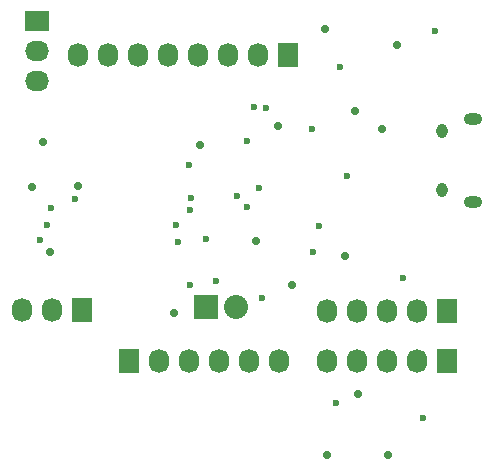
<source format=gbs>
G04 #@! TF.FileFunction,Soldermask,Bot*
%FSLAX46Y46*%
G04 Gerber Fmt 4.6, Leading zero omitted, Abs format (unit mm)*
G04 Created by KiCad (PCBNEW 4.0.5) date Thursday, January 05, 2017 'PMt' 10:01:30 PM*
%MOMM*%
%LPD*%
G01*
G04 APERTURE LIST*
%ADD10C,0.150000*%
%ADD11R,1.727200X2.032000*%
%ADD12O,1.727200X2.032000*%
%ADD13R,2.032000X2.032000*%
%ADD14O,2.032000X2.032000*%
%ADD15O,0.950000X1.250000*%
%ADD16O,1.550000X1.000000*%
%ADD17R,2.032000X1.727200*%
%ADD18O,2.032000X1.727200*%
%ADD19C,0.600000*%
%ADD20C,0.700000*%
G04 APERTURE END LIST*
D10*
D11*
X112080000Y-131100000D03*
D12*
X114620000Y-131100000D03*
X117160000Y-131100000D03*
X119700000Y-131100000D03*
X122240000Y-131100000D03*
X124780000Y-131100000D03*
D13*
X118610000Y-126500000D03*
D14*
X121150000Y-126500000D03*
D15*
X138587460Y-116600900D03*
X138587460Y-111600900D03*
D16*
X141287460Y-117600900D03*
X141287460Y-110600900D03*
D11*
X108140000Y-126750000D03*
D12*
X105600000Y-126750000D03*
X103060000Y-126750000D03*
D11*
X139020000Y-131100000D03*
D12*
X136480000Y-131100000D03*
X133940000Y-131100000D03*
X131400000Y-131100000D03*
X128860000Y-131100000D03*
D11*
X139030000Y-126850000D03*
D12*
X136490000Y-126850000D03*
X133950000Y-126850000D03*
X131410000Y-126850000D03*
X128870000Y-126850000D03*
D11*
X125590000Y-105200000D03*
D12*
X123050000Y-105200000D03*
X120510000Y-105200000D03*
X117970000Y-105200000D03*
X115430000Y-105200000D03*
X112890000Y-105200000D03*
X110350000Y-105200000D03*
X107810000Y-105200000D03*
D17*
X104300000Y-102260000D03*
D18*
X104300000Y-104800000D03*
X104300000Y-107340000D03*
D19*
X116300000Y-121000000D03*
X123350000Y-125750000D03*
D20*
X104839159Y-112550000D03*
D19*
X137050000Y-135900000D03*
D20*
X134050000Y-139000000D03*
X128850000Y-139000000D03*
X131500000Y-133850000D03*
X130400000Y-122200000D03*
X122900000Y-120900000D03*
X118150000Y-112800000D03*
X134770000Y-104300000D03*
X131250000Y-109900000D03*
X133550000Y-111450000D03*
X107800000Y-116250000D03*
X105450000Y-121850000D03*
X103900000Y-116300000D03*
X125900000Y-124600000D03*
X115950000Y-127000000D03*
X124750000Y-111150000D03*
X128700000Y-103000000D03*
D19*
X127700000Y-121800000D03*
X138050000Y-103100000D03*
X129639880Y-134596740D03*
X118600000Y-120750000D03*
X104550000Y-120800000D03*
X116125467Y-119557919D03*
X105150000Y-119550000D03*
X105521158Y-118097143D03*
X117300000Y-118250000D03*
X128200000Y-119600000D03*
X123150000Y-116400000D03*
X117193980Y-114495737D03*
X130000000Y-106150000D03*
X123744819Y-109648418D03*
X121300000Y-117100000D03*
X122707776Y-109607482D03*
X122100000Y-118050000D03*
X107572927Y-117343134D03*
X117350000Y-117300000D03*
X130600000Y-115400000D03*
X117256664Y-124650774D03*
X119450000Y-124300000D03*
X122144062Y-112455669D03*
X127600000Y-111400000D03*
X135300000Y-124050000D03*
M02*

</source>
